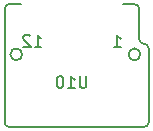
<source format=gbr>
%TF.GenerationSoftware,KiCad,Pcbnew,5.1.10-88a1d61d58~88~ubuntu20.04.1*%
%TF.CreationDate,2021-05-09T11:34:52+02:00*%
%TF.ProjectId,osw-light-modifiedv2,6f73772d-6c69-4676-9874-2d6d6f646966,rev?*%
%TF.SameCoordinates,Original*%
%TF.FileFunction,Legend,Bot*%
%TF.FilePolarity,Positive*%
%FSLAX46Y46*%
G04 Gerber Fmt 4.6, Leading zero omitted, Abs format (unit mm)*
G04 Created by KiCad (PCBNEW 5.1.10-88a1d61d58~88~ubuntu20.04.1) date 2021-05-09 11:34:52*
%MOMM*%
%LPD*%
G01*
G04 APERTURE LIST*
%ADD10C,0.150000*%
G04 APERTURE END LIST*
D10*
%TO.C,U10*%
X154200000Y-101150000D02*
X154200000Y-98550000D01*
X142800000Y-108200000D02*
X142800000Y-98600000D01*
X144300000Y-102450000D02*
G75*
G03*
X144300000Y-102450000I-500000J0D01*
G01*
X154300000Y-102450000D02*
G75*
G03*
X154300000Y-102450000I-500000J0D01*
G01*
X143200000Y-98200000D02*
X144200000Y-98200000D01*
X155000000Y-108200000D02*
X155000000Y-101950000D01*
X154600000Y-108600000D02*
X143200000Y-108600000D01*
X152800000Y-98200000D02*
X153800000Y-98200000D01*
X154600000Y-108600000D02*
G75*
G03*
X155000000Y-108200000I0J400000D01*
G01*
X142800000Y-108200000D02*
G75*
G03*
X143200000Y-108600000I400000J0D01*
G01*
X155000000Y-101950000D02*
G75*
G03*
X154600000Y-101550000I-400000J0D01*
G01*
X154200000Y-101150000D02*
G75*
G03*
X154600000Y-101550000I400000J0D01*
G01*
X143200000Y-98200000D02*
G75*
G03*
X142800000Y-98600000I0J-400000D01*
G01*
X154200000Y-98600000D02*
G75*
G03*
X153800000Y-98200000I-400000J0D01*
G01*
X149738095Y-104302380D02*
X149738095Y-105111904D01*
X149690476Y-105207142D01*
X149642857Y-105254761D01*
X149547619Y-105302380D01*
X149357142Y-105302380D01*
X149261904Y-105254761D01*
X149214285Y-105207142D01*
X149166666Y-105111904D01*
X149166666Y-104302380D01*
X148166666Y-105302380D02*
X148738095Y-105302380D01*
X148452380Y-105302380D02*
X148452380Y-104302380D01*
X148547619Y-104445238D01*
X148642857Y-104540476D01*
X148738095Y-104588095D01*
X147547619Y-104302380D02*
X147452380Y-104302380D01*
X147357142Y-104350000D01*
X147309523Y-104397619D01*
X147261904Y-104492857D01*
X147214285Y-104683333D01*
X147214285Y-104921428D01*
X147261904Y-105111904D01*
X147309523Y-105207142D01*
X147357142Y-105254761D01*
X147452380Y-105302380D01*
X147547619Y-105302380D01*
X147642857Y-105254761D01*
X147690476Y-105207142D01*
X147738095Y-105111904D01*
X147785714Y-104921428D01*
X147785714Y-104683333D01*
X147738095Y-104492857D01*
X147690476Y-104397619D01*
X147642857Y-104350000D01*
X147547619Y-104302380D01*
X145340476Y-101802380D02*
X145911904Y-101802380D01*
X145626190Y-101802380D02*
X145626190Y-100802380D01*
X145721428Y-100945238D01*
X145816666Y-101040476D01*
X145911904Y-101088095D01*
X144959523Y-100897619D02*
X144911904Y-100850000D01*
X144816666Y-100802380D01*
X144578571Y-100802380D01*
X144483333Y-100850000D01*
X144435714Y-100897619D01*
X144388095Y-100992857D01*
X144388095Y-101088095D01*
X144435714Y-101230952D01*
X145007142Y-101802380D01*
X144388095Y-101802380D01*
X152064285Y-101852380D02*
X152635714Y-101852380D01*
X152350000Y-101852380D02*
X152350000Y-100852380D01*
X152445238Y-100995238D01*
X152540476Y-101090476D01*
X152635714Y-101138095D01*
%TD*%
M02*

</source>
